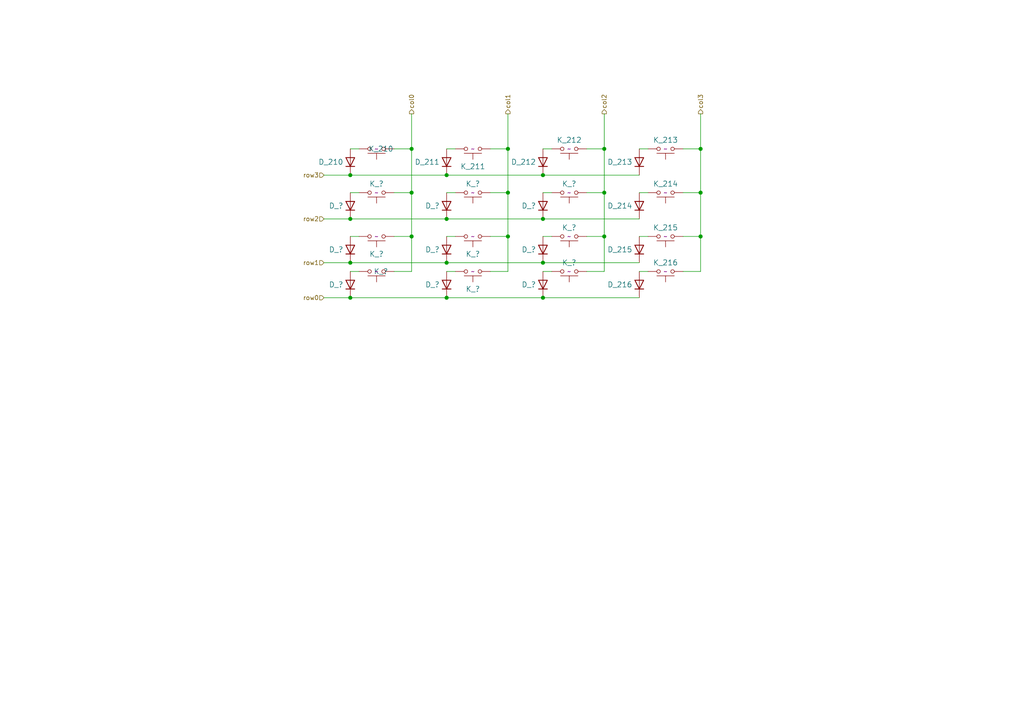
<source format=kicad_sch>
(kicad_sch (version 20211123) (generator eeschema)
  (paper "A4")
  (lib_symbols
    (symbol "Device:D" (pin_numbers hide) (pin_names (offset 1.016) hide)
      (property "Reference" "D" (at 0 2.54 0))
      (property "Value" "D" (at 0 -2.54 0))
      (symbol "D_0_1"
        (polyline (pts (xy -1.27 1.27) (xy -1.27 -1.27)) (stroke (width 0.254)))
        (polyline (pts (xy 1.27 0) (xy -1.27 0)))
        (polyline (pts (xy 1.27 1.27) (xy 1.27 -1.27) (xy -1.27 0) (xy 1.27 1.27)) (stroke (width 0.254)))
      )
      (symbol "D_1_1"
        (pin passive line (at -3.81 0 0) (length 2.54) (name "K") (number "1"))
        (pin passive line (at 3.81 0 180) (length 2.54) (name "A") (number "2"))
      )
    )
    (symbol "Switch:SW_Push" (pin_numbers hide) (pin_names (offset 1.016) hide)
      (property "Reference" "SW" (at 1.27 2.54 0))
      (property "Value" "SW_Push" (at 0 -1.524 0))
      (symbol "SW_Push_0_1"
        (circle (center -2.032 0) (radius 0.508))
        (polyline (pts (xy 0 1.27) (xy 0 3.048)))
        (polyline (pts (xy 2.54 1.27) (xy -2.54 1.27)))
        (circle (center 2.032 0) (radius 0.508))
        (pin passive line (at -5.08 0 0) (length 2.54) (name "1") (number "1"))
        (pin passive line (at 5.08 0 180) (length 2.54) (name "2") (number "2"))
      )
    )
  )
  (junction (at 101.6 63.5) (diameter 1.016))
  (junction (at 203.2 43.18) (diameter 1.016))
  (junction (at 129.54 63.5) (diameter 1.016))
  (junction (at 119.38 68.58) (diameter 1.016))
  (junction (at 203.2 55.88) (diameter 1.016))
  (junction (at 147.32 43.18) (diameter 1.016))
  (junction (at 101.6 86.36) (diameter 1.016))
  (junction (at 129.54 86.36) (diameter 1.016))
  (junction (at 203.2 68.58) (diameter 1.016))
  (junction (at 129.54 50.8) (diameter 1.016))
  (junction (at 119.38 55.88) (diameter 1.016))
  (junction (at 175.26 43.18) (diameter 1.016))
  (junction (at 157.48 50.8) (diameter 1.016))
  (junction (at 119.38 43.18) (diameter 1.016))
  (junction (at 175.26 55.88) (diameter 1.016))
  (junction (at 175.26 68.58) (diameter 1.016))
  (junction (at 157.48 86.36) (diameter 1.016))
  (junction (at 157.48 63.5) (diameter 1.016))
  (junction (at 129.54 76.2) (diameter 1.016))
  (junction (at 101.6 50.8) (diameter 1.016))
  (junction (at 147.32 68.58) (diameter 1.016))
  (junction (at 101.6 76.2) (diameter 1.016))
  (junction (at 147.32 55.88) (diameter 1.016))
  (junction (at 157.48 76.2) (diameter 1.016))
  (wire (pts (xy 129.54 43.18) (xy 132.08 43.18)))
  (wire (pts (xy 93.98 63.5) (xy 101.6 63.5)))
  (wire (pts (xy 129.54 63.5) (xy 157.48 63.5)))
  (wire (pts (xy 175.26 55.88) (xy 175.26 68.58)))
  (wire (pts (xy 203.2 43.18) (xy 198.12 43.18)))
  (wire (pts (xy 203.2 68.58) (xy 203.2 78.74)))
  (wire (pts (xy 185.42 68.58) (xy 187.96 68.58)))
  (wire (pts (xy 203.2 33.02) (xy 203.2 43.18)))
  (wire (pts (xy 157.48 78.74) (xy 160.02 78.74)))
  (wire (pts (xy 129.54 68.58) (xy 132.08 68.58)))
  (wire (pts (xy 147.32 55.88) (xy 147.32 68.58)))
  (wire (pts (xy 129.54 86.36) (xy 157.48 86.36)))
  (wire (pts (xy 157.48 86.36) (xy 185.42 86.36)))
  (wire (pts (xy 185.42 43.18) (xy 187.96 43.18)))
  (wire (pts (xy 101.6 68.58) (xy 104.14 68.58)))
  (wire (pts (xy 147.32 43.18) (xy 147.32 55.88)))
  (wire (pts (xy 175.26 43.18) (xy 175.26 55.88)))
  (wire (pts (xy 175.26 68.58) (xy 175.26 78.74)))
  (wire (pts (xy 185.42 78.74) (xy 187.96 78.74)))
  (wire (pts (xy 93.98 76.2) (xy 101.6 76.2)))
  (wire (pts (xy 203.2 55.88) (xy 198.12 55.88)))
  (wire (pts (xy 129.54 78.74) (xy 132.08 78.74)))
  (wire (pts (xy 101.6 78.74) (xy 104.14 78.74)))
  (wire (pts (xy 93.98 86.36) (xy 101.6 86.36)))
  (wire (pts (xy 147.32 78.74) (xy 142.24 78.74)))
  (wire (pts (xy 93.98 50.8) (xy 101.6 50.8)))
  (wire (pts (xy 203.2 68.58) (xy 198.12 68.58)))
  (wire (pts (xy 175.26 55.88) (xy 170.18 55.88)))
  (wire (pts (xy 157.48 55.88) (xy 160.02 55.88)))
  (wire (pts (xy 101.6 86.36) (xy 129.54 86.36)))
  (wire (pts (xy 129.54 55.88) (xy 132.08 55.88)))
  (wire (pts (xy 114.3 78.74) (xy 119.38 78.74)))
  (wire (pts (xy 114.3 43.18) (xy 119.38 43.18)))
  (wire (pts (xy 185.42 55.88) (xy 187.96 55.88)))
  (wire (pts (xy 101.6 50.8) (xy 129.54 50.8)))
  (wire (pts (xy 129.54 76.2) (xy 157.48 76.2)))
  (wire (pts (xy 157.48 43.18) (xy 160.02 43.18)))
  (wire (pts (xy 101.6 63.5) (xy 129.54 63.5)))
  (wire (pts (xy 203.2 43.18) (xy 203.2 55.88)))
  (wire (pts (xy 175.26 68.58) (xy 170.18 68.58)))
  (wire (pts (xy 147.32 68.58) (xy 147.32 78.74)))
  (wire (pts (xy 157.48 76.2) (xy 185.42 76.2)))
  (wire (pts (xy 147.32 55.88) (xy 142.24 55.88)))
  (wire (pts (xy 101.6 43.18) (xy 104.14 43.18)))
  (wire (pts (xy 101.6 76.2) (xy 129.54 76.2)))
  (wire (pts (xy 119.38 68.58) (xy 119.38 78.74)))
  (wire (pts (xy 175.26 43.18) (xy 170.18 43.18)))
  (wire (pts (xy 147.32 43.18) (xy 142.24 43.18)))
  (wire (pts (xy 175.26 33.02) (xy 175.26 43.18)))
  (wire (pts (xy 114.3 68.58) (xy 119.38 68.58)))
  (wire (pts (xy 157.48 50.8) (xy 185.42 50.8)))
  (wire (pts (xy 203.2 78.74) (xy 198.12 78.74)))
  (wire (pts (xy 157.48 63.5) (xy 185.42 63.5)))
  (wire (pts (xy 175.26 78.74) (xy 170.18 78.74)))
  (wire (pts (xy 119.38 55.88) (xy 119.38 68.58)))
  (wire (pts (xy 203.2 55.88) (xy 203.2 68.58)))
  (wire (pts (xy 119.38 33.02) (xy 119.38 43.18)))
  (wire (pts (xy 147.32 33.02) (xy 147.32 43.18)))
  (wire (pts (xy 114.3 55.88) (xy 119.38 55.88)))
  (wire (pts (xy 147.32 68.58) (xy 142.24 68.58)))
  (wire (pts (xy 129.54 50.8) (xy 157.48 50.8)))
  (wire (pts (xy 157.48 68.58) (xy 160.02 68.58)))
  (wire (pts (xy 119.38 43.18) (xy 119.38 55.88)))
  (wire (pts (xy 101.6 55.88) (xy 104.14 55.88)))
  (hierarchical_label "col0" (shape output) (at 119.38 33.02 90))
  (hierarchical_label "col1" (shape output) (at 147.32 33.02 90))
  (hierarchical_label "row3" (shape input) (at 93.98 50.8 180))
  (hierarchical_label "row2" (shape input) (at 93.98 63.5 180))
  (hierarchical_label "col2" (shape output) (at 175.26 33.02 90))
  (hierarchical_label "row1" (shape input) (at 93.98 76.2 180))
  (hierarchical_label "col3" (shape output) (at 203.2 33.02 90))
  (hierarchical_label "row0" (shape input) (at 93.98 86.36 180))
  (symbol (lib_id "Switch:SW_Push") (at 193.04 55.88 180) (unit 1)
    (property "Reference" "K_214" (at 193.04 53.3146 0) (effects (font (size 1.524 1.524))))
    (property "Value" "KEYSW" (effects hide))
    (property "Footprint" "Button_Switch_Keyboard:SW_Cherry_MX_1.00u_PCB" (effects hide))
    (property "Datasheet" "~" (at 193.04 55.88 0) (effects (font (size 1.524 1.524))))
  )
  (symbol (lib_id "Device:D") (at 101.6 82.55 90) (unit 1)
    (property "Reference" "D_?" (at 99.6188 82.55 90) (effects (font (size 1.524 1.524)) (justify left)))
    (property "Value" "D" (effects hide))
    (property "Footprint" "Diode_SMD:D_SOD-123" (effects hide))
    (property "Datasheet" "https://datasheet.lcsc.com/szlcsc/Guangdong-Hottech-1N4148W-T4_C181134.pdf" (effects hide))
    (property "PartNr" "C181134" (effects hide))
  )
  (symbol (lib_id "Switch:SW_Push") (at 109.22 55.88 180) (unit 1)
    (property "Reference" "K_?" (at 109.22 53.3146 0) (effects (font (size 1.524 1.524))))
    (property "Value" "KEYSW" (effects hide))
    (property "Footprint" "Button_Switch_Keyboard:SW_Cherry_MX_1.00u_PCB" (effects hide))
    (property "Datasheet" "~" (at 109.22 55.88 0) (effects (font (size 1.524 1.524))))
  )
  (symbol (lib_id "Device:D") (at 185.42 72.39 90) (unit 1)
    (property "Reference" "D_215" (at 183.4388 72.39 90) (effects (font (size 1.524 1.524)) (justify left)))
    (property "Value" "D" (effects hide))
    (property "Footprint" "Diode_SMD:D_SOD-123" (effects hide))
    (property "Datasheet" "https://datasheet.lcsc.com/szlcsc/Guangdong-Hottech-1N4148W-T4_C181134.pdf" (effects hide))
    (property "PartNr" "C181134" (effects hide))
  )
  (symbol (lib_id "Device:D") (at 129.54 59.69 90) (unit 1)
    (property "Reference" "D_?" (at 127.5588 59.69 90) (effects (font (size 1.524 1.524)) (justify left)))
    (property "Value" "D" (effects hide))
    (property "Footprint" "Diode_SMD:D_SOD-123" (effects hide))
    (property "Datasheet" "https://datasheet.lcsc.com/szlcsc/Guangdong-Hottech-1N4148W-T4_C181134.pdf" (effects hide))
    (property "PartNr" "C181134" (effects hide))
  )
  (symbol (lib_id "Device:D") (at 129.54 82.55 90) (unit 1)
    (property "Reference" "D_?" (at 127.5588 82.55 90) (effects (font (size 1.524 1.524)) (justify left)))
    (property "Value" "D" (effects hide))
    (property "Footprint" "Diode_SMD:D_SOD-123" (effects hide))
    (property "Datasheet" "https://datasheet.lcsc.com/szlcsc/Guangdong-Hottech-1N4148W-T4_C181134.pdf" (effects hide))
    (property "PartNr" "C181134" (effects hide))
  )
  (symbol (lib_id "Switch:SW_Push") (at 109.22 78.74 180) (unit 1)
    (property "Reference" "K_?" (at 110.49 78.74 0) (effects (font (size 1.524 1.524))))
    (property "Value" "KEYSW" (effects hide))
    (property "Footprint" "Button_Switch_Keyboard:SW_Cherry_MX_1.00u_PCB" (effects hide))
    (property "Datasheet" "~" (at 109.22 78.74 0) (effects (font (size 1.524 1.524))))
  )
  (symbol (lib_id "Device:D") (at 101.6 46.99 90) (unit 1)
    (property "Reference" "D_210" (at 99.6188 46.99 90) (effects (font (size 1.524 1.524)) (justify left)))
    (property "Value" "D" (effects hide))
    (property "Footprint" "Diode_SMD:D_SOD-123" (effects hide))
    (property "Datasheet" "https://datasheet.lcsc.com/szlcsc/Guangdong-Hottech-1N4148W-T4_C181134.pdf" (effects hide))
    (property "PartNr" "C181134" (effects hide))
  )
  (symbol (lib_id "Device:D") (at 185.42 59.69 90) (unit 1)
    (property "Reference" "D_214" (at 183.4388 59.69 90) (effects (font (size 1.524 1.524)) (justify left)))
    (property "Value" "D" (effects hide))
    (property "Footprint" "Diode_SMD:D_SOD-123" (effects hide))
    (property "Datasheet" "https://datasheet.lcsc.com/szlcsc/Guangdong-Hottech-1N4148W-T4_C181134.pdf" (effects hide))
    (property "PartNr" "C181134" (effects hide))
  )
  (symbol (lib_id "Switch:SW_Push") (at 193.04 43.18 180) (unit 1)
    (property "Reference" "K_213" (at 193.04 40.6146 0) (effects (font (size 1.524 1.524))))
    (property "Value" "KEYSW" (effects hide))
    (property "Footprint" "Button_Switch_Keyboard:SW_Cherry_MX_1.00u_PCB" (effects hide))
    (property "Datasheet" "~" (at 193.04 43.18 0) (effects (font (size 1.524 1.524))))
  )
  (symbol (lib_id "Device:D") (at 157.48 82.55 90) (unit 1)
    (property "Reference" "D_?" (at 155.4988 82.55 90) (effects (font (size 1.524 1.524)) (justify left)))
    (property "Value" "D" (effects hide))
    (property "Footprint" "Diode_SMD:D_SOD-123" (effects hide))
    (property "Datasheet" "https://datasheet.lcsc.com/szlcsc/Guangdong-Hottech-1N4148W-T4_C181134.pdf" (effects hide))
    (property "PartNr" "C181134" (effects hide))
  )
  (symbol (lib_id "Switch:SW_Push") (at 165.1 55.88 180) (unit 1)
    (property "Reference" "K_?" (at 165.1 53.3146 0) (effects (font (size 1.524 1.524))))
    (property "Value" "KEYSW" (effects hide))
    (property "Footprint" "Button_Switch_Keyboard:SW_Cherry_MX_1.00u_PCB" (effects hide))
    (property "Datasheet" "~" (at 165.1 55.88 0) (effects (font (size 1.524 1.524))))
  )
  (symbol (lib_id "Device:D") (at 157.48 46.99 90) (unit 1)
    (property "Reference" "D_212" (at 155.4988 46.99 90) (effects (font (size 1.524 1.524)) (justify left)))
    (property "Value" "D" (effects hide))
    (property "Footprint" "Diode_SMD:D_SOD-123" (effects hide))
    (property "Datasheet" "https://datasheet.lcsc.com/szlcsc/Guangdong-Hottech-1N4148W-T4_C181134.pdf" (effects hide))
    (property "PartNr" "C181134" (effects hide))
  )
  (symbol (lib_id "Switch:SW_Push") (at 109.22 43.18 180) (unit 1)
    (property "Reference" "K_210" (at 110.49 43.18 0) (effects (font (size 1.524 1.524))))
    (property "Value" "KEYSW" (effects hide))
    (property "Footprint" "Button_Switch_Keyboard:SW_Cherry_MX_1.00u_PCB" (effects hide))
    (property "Datasheet" "~" (at 109.22 43.18 0) (effects (font (size 1.524 1.524))))
  )
  (symbol (lib_id "Switch:SW_Push") (at 137.16 43.18 180) (unit 1)
    (property "Reference" "K_211" (at 137.16 48.2854 0) (effects (font (size 1.524 1.524))))
    (property "Value" "KEYSW" (effects hide))
    (property "Footprint" "Button_Switch_Keyboard:SW_Cherry_MX_1.00u_PCB" (effects hide))
    (property "Datasheet" "~" (at 137.16 43.18 0) (effects (font (size 1.524 1.524))))
  )
  (symbol (lib_id "Device:D") (at 157.48 59.69 90) (unit 1)
    (property "Reference" "D_?" (at 155.4988 59.69 90) (effects (font (size 1.524 1.524)) (justify left)))
    (property "Value" "D" (effects hide))
    (property "Footprint" "Diode_SMD:D_SOD-123" (effects hide))
    (property "Datasheet" "https://datasheet.lcsc.com/szlcsc/Guangdong-Hottech-1N4148W-T4_C181134.pdf" (effects hide))
    (property "PartNr" "C181134" (effects hide))
  )
  (symbol (lib_id "Device:D") (at 129.54 72.39 90) (unit 1)
    (property "Reference" "D_?" (at 127.5588 72.39 90) (effects (font (size 1.524 1.524)) (justify left)))
    (property "Value" "D" (effects hide))
    (property "Footprint" "Diode_SMD:D_SOD-123" (effects hide))
    (property "Datasheet" "https://datasheet.lcsc.com/szlcsc/Guangdong-Hottech-1N4148W-T4_C181134.pdf" (effects hide))
    (property "PartNr" "C181134" (effects hide))
  )
  (symbol (lib_id "Device:D") (at 185.42 46.99 90) (unit 1)
    (property "Reference" "D_213" (at 183.4388 46.99 90) (effects (font (size 1.524 1.524)) (justify left)))
    (property "Value" "D" (effects hide))
    (property "Footprint" "Diode_SMD:D_SOD-123" (effects hide))
    (property "Datasheet" "https://datasheet.lcsc.com/szlcsc/Guangdong-Hottech-1N4148W-T4_C181134.pdf" (effects hide))
    (property "PartNr" "C181134" (effects hide))
  )
  (symbol (lib_id "Device:D") (at 101.6 72.39 90) (unit 1)
    (property "Reference" "D_?" (at 99.6188 72.39 90) (effects (font (size 1.524 1.524)) (justify left)))
    (property "Value" "D" (effects hide))
    (property "Footprint" "Diode_SMD:D_SOD-123" (effects hide))
    (property "Datasheet" "https://datasheet.lcsc.com/szlcsc/Guangdong-Hottech-1N4148W-T4_C181134.pdf" (effects hide))
    (property "PartNr" "C181134" (effects hide))
  )
  (symbol (lib_id "Device:D") (at 185.42 82.55 90) (unit 1)
    (property "Reference" "D_216" (at 183.4388 82.55 90) (effects (font (size 1.524 1.524)) (justify left)))
    (property "Value" "D" (effects hide))
    (property "Footprint" "Diode_SMD:D_SOD-123" (effects hide))
    (property "Datasheet" "https://datasheet.lcsc.com/szlcsc/Guangdong-Hottech-1N4148W-T4_C181134.pdf" (effects hide))
    (property "PartNr" "C181134" (effects hide))
  )
  (symbol (lib_id "Switch:SW_Push") (at 165.1 68.58 180) (unit 1)
    (property "Reference" "K_?" (at 165.1 66.0146 0) (effects (font (size 1.524 1.524))))
    (property "Value" "KEYSW" (effects hide))
    (property "Footprint" "Button_Switch_Keyboard:SW_Cherry_MX_1.00u_PCB" (effects hide))
    (property "Datasheet" "~" (at 165.1 68.58 0) (effects (font (size 1.524 1.524))))
  )
  (symbol (lib_id "Switch:SW_Push") (at 193.04 68.58 180) (unit 1)
    (property "Reference" "K_215" (at 193.04 66.0146 0) (effects (font (size 1.524 1.524))))
    (property "Value" "KEYSW" (effects hide))
    (property "Footprint" "Button_Switch_Keyboard:SW_Cherry_MX_1.00u_PCB" (effects hide))
    (property "Datasheet" "~" (at 193.04 68.58 0) (effects (font (size 1.524 1.524))))
  )
  (symbol (lib_id "Switch:SW_Push") (at 109.22 68.58 180) (unit 1)
    (property "Reference" "K_?" (at 109.22 73.6854 0) (effects (font (size 1.524 1.524))))
    (property "Value" "KEYSW" (effects hide))
    (property "Footprint" "Button_Switch_Keyboard:SW_Cherry_MX_1.00u_PCB" (effects hide))
    (property "Datasheet" "~" (at 109.22 68.58 0) (effects (font (size 1.524 1.524))))
  )
  (symbol (lib_id "Switch:SW_Push") (at 193.04 78.74 180) (unit 1)
    (property "Reference" "K_216" (at 193.04 76.1746 0) (effects (font (size 1.524 1.524))))
    (property "Value" "KEYSW" (effects hide))
    (property "Footprint" "Button_Switch_Keyboard:SW_Cherry_MX_1.00u_PCB" (effects hide))
    (property "Datasheet" "~" (at 193.04 78.74 0) (effects (font (size 1.524 1.524))))
  )
  (symbol (lib_id "Switch:SW_Push") (at 137.16 68.58 180) (unit 1)
    (property "Reference" "K_?" (at 137.16 73.6854 0) (effects (font (size 1.524 1.524))))
    (property "Value" "KEYSW" (effects hide))
    (property "Footprint" "Button_Switch_Keyboard:SW_Cherry_MX_1.00u_PCB" (effects hide))
    (property "Datasheet" "~" (at 137.16 68.58 0) (effects (font (size 1.524 1.524))))
  )
  (symbol (lib_id "Device:D") (at 101.6 59.69 90) (unit 1)
    (property "Reference" "D_?" (at 99.6188 59.69 90) (effects (font (size 1.524 1.524)) (justify left)))
    (property "Value" "D" (effects hide))
    (property "Footprint" "Diode_SMD:D_SOD-123" (effects hide))
    (property "Datasheet" "https://datasheet.lcsc.com/szlcsc/Guangdong-Hottech-1N4148W-T4_C181134.pdf" (effects hide))
    (property "PartNr" "C181134" (effects hide))
  )
  (symbol (lib_id "Device:D") (at 129.54 46.99 90) (unit 1)
    (property "Reference" "D_211" (at 127.5588 46.99 90) (effects (font (size 1.524 1.524)) (justify left)))
    (property "Value" "D" (effects hide))
    (property "Footprint" "Diode_SMD:D_SOD-123" (effects hide))
    (property "Datasheet" "https://datasheet.lcsc.com/szlcsc/Guangdong-Hottech-1N4148W-T4_C181134.pdf" (effects hide))
    (property "PartNr" "C181134" (effects hide))
  )
  (symbol (lib_id "Switch:SW_Push") (at 137.16 55.88 180) (unit 1)
    (property "Reference" "K_?" (at 137.16 53.3146 0) (effects (font (size 1.524 1.524))))
    (property "Value" "KEYSW" (effects hide))
    (property "Footprint" "Button_Switch_Keyboard:SW_Cherry_MX_1.00u_PCB" (effects hide))
    (property "Datasheet" "~" (at 137.16 55.88 0) (effects (font (size 1.524 1.524))))
  )
  (symbol (lib_id "Device:D") (at 157.48 72.39 90) (unit 1)
    (property "Reference" "D_?" (at 155.4988 72.39 90) (effects (font (size 1.524 1.524)) (justify left)))
    (property "Value" "D" (effects hide))
    (property "Footprint" "Diode_SMD:D_SOD-123" (effects hide))
    (property "Datasheet" "https://datasheet.lcsc.com/szlcsc/Guangdong-Hottech-1N4148W-T4_C181134.pdf" (effects hide))
    (property "PartNr" "C181134" (effects hide))
  )
  (symbol (lib_id "Switch:SW_Push") (at 137.16 78.74 180) (unit 1)
    (property "Reference" "K_?" (at 137.16 83.8454 0) (effects (font (size 1.524 1.524))))
    (property "Value" "KEYSW" (effects hide))
    (property "Footprint" "Button_Switch_Keyboard:SW_Cherry_MX_1.00u_PCB" (effects hide))
    (property "Datasheet" "~" (at 137.16 78.74 0) (effects (font (size 1.524 1.524))))
  )
  (symbol (lib_id "Switch:SW_Push") (at 165.1 78.74 180) (unit 1)
    (property "Reference" "K_?" (at 165.1 76.1746 0) (effects (font (size 1.524 1.524))))
    (property "Value" "KEYSW" (effects hide))
    (property "Footprint" "Button_Switch_Keyboard:SW_Cherry_MX_1.00u_PCB" (effects hide))
    (property "Datasheet" "~" (at 165.1 78.74 0) (effects (font (size 1.524 1.524))))
  )
  (symbol (lib_id "Switch:SW_Push") (at 165.1 43.18 180) (unit 1)
    (property "Reference" "K_212" (at 165.1 40.6146 0) (effects (font (size 1.524 1.524))))
    (property "Value" "KEYSW" (effects hide))
    (property "Footprint" "Button_Switch_Keyboard:SW_Cherry_MX_1.00u_PCB" (effects hide))
    (property "Datasheet" "~" (at 165.1 43.18 0) (effects (font (size 1.524 1.524))))
  )
)
</source>
